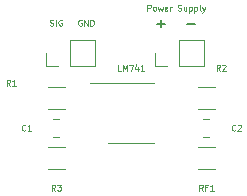
<source format=gbr>
%TF.GenerationSoftware,KiCad,Pcbnew,6.0.2+dfsg-1*%
%TF.CreationDate,2024-11-06T15:41:13+05:30*%
%TF.ProjectId,opamp-hadi,6f70616d-702d-4686-9164-692e6b696361,rev?*%
%TF.SameCoordinates,Original*%
%TF.FileFunction,Legend,Top*%
%TF.FilePolarity,Positive*%
%FSLAX46Y46*%
G04 Gerber Fmt 4.6, Leading zero omitted, Abs format (unit mm)*
G04 Created by KiCad (PCBNEW 6.0.2+dfsg-1) date 2024-11-06 15:41:13*
%MOMM*%
%LPD*%
G01*
G04 APERTURE LIST*
%ADD10C,0.125000*%
%ADD11C,0.200000*%
%ADD12C,0.150000*%
%ADD13C,0.120000*%
G04 APERTURE END LIST*
D10*
X125853333Y-75156190D02*
X125853333Y-74656190D01*
X126043809Y-74656190D01*
X126091428Y-74680000D01*
X126115238Y-74703809D01*
X126139047Y-74751428D01*
X126139047Y-74822857D01*
X126115238Y-74870476D01*
X126091428Y-74894285D01*
X126043809Y-74918095D01*
X125853333Y-74918095D01*
X126424761Y-75156190D02*
X126377142Y-75132380D01*
X126353333Y-75108571D01*
X126329523Y-75060952D01*
X126329523Y-74918095D01*
X126353333Y-74870476D01*
X126377142Y-74846666D01*
X126424761Y-74822857D01*
X126496190Y-74822857D01*
X126543809Y-74846666D01*
X126567619Y-74870476D01*
X126591428Y-74918095D01*
X126591428Y-75060952D01*
X126567619Y-75108571D01*
X126543809Y-75132380D01*
X126496190Y-75156190D01*
X126424761Y-75156190D01*
X126758095Y-74822857D02*
X126853333Y-75156190D01*
X126948571Y-74918095D01*
X127043809Y-75156190D01*
X127139047Y-74822857D01*
X127520000Y-75132380D02*
X127472380Y-75156190D01*
X127377142Y-75156190D01*
X127329523Y-75132380D01*
X127305714Y-75084761D01*
X127305714Y-74894285D01*
X127329523Y-74846666D01*
X127377142Y-74822857D01*
X127472380Y-74822857D01*
X127520000Y-74846666D01*
X127543809Y-74894285D01*
X127543809Y-74941904D01*
X127305714Y-74989523D01*
X127758095Y-75156190D02*
X127758095Y-74822857D01*
X127758095Y-74918095D02*
X127781904Y-74870476D01*
X127805714Y-74846666D01*
X127853333Y-74822857D01*
X127900952Y-74822857D01*
X128424761Y-75132380D02*
X128496190Y-75156190D01*
X128615238Y-75156190D01*
X128662857Y-75132380D01*
X128686666Y-75108571D01*
X128710476Y-75060952D01*
X128710476Y-75013333D01*
X128686666Y-74965714D01*
X128662857Y-74941904D01*
X128615238Y-74918095D01*
X128520000Y-74894285D01*
X128472380Y-74870476D01*
X128448571Y-74846666D01*
X128424761Y-74799047D01*
X128424761Y-74751428D01*
X128448571Y-74703809D01*
X128472380Y-74680000D01*
X128520000Y-74656190D01*
X128639047Y-74656190D01*
X128710476Y-74680000D01*
X129139047Y-74822857D02*
X129139047Y-75156190D01*
X128924761Y-74822857D02*
X128924761Y-75084761D01*
X128948571Y-75132380D01*
X128996190Y-75156190D01*
X129067619Y-75156190D01*
X129115238Y-75132380D01*
X129139047Y-75108571D01*
X129377142Y-74822857D02*
X129377142Y-75322857D01*
X129377142Y-74846666D02*
X129424761Y-74822857D01*
X129520000Y-74822857D01*
X129567619Y-74846666D01*
X129591428Y-74870476D01*
X129615238Y-74918095D01*
X129615238Y-75060952D01*
X129591428Y-75108571D01*
X129567619Y-75132380D01*
X129520000Y-75156190D01*
X129424761Y-75156190D01*
X129377142Y-75132380D01*
X129829523Y-74822857D02*
X129829523Y-75322857D01*
X129829523Y-74846666D02*
X129877142Y-74822857D01*
X129972380Y-74822857D01*
X130020000Y-74846666D01*
X130043809Y-74870476D01*
X130067619Y-74918095D01*
X130067619Y-75060952D01*
X130043809Y-75108571D01*
X130020000Y-75132380D01*
X129972380Y-75156190D01*
X129877142Y-75156190D01*
X129829523Y-75132380D01*
X130353333Y-75156190D02*
X130305714Y-75132380D01*
X130281904Y-75084761D01*
X130281904Y-74656190D01*
X130496190Y-74822857D02*
X130615238Y-75156190D01*
X130734285Y-74822857D02*
X130615238Y-75156190D01*
X130567619Y-75275238D01*
X130543809Y-75299047D01*
X130496190Y-75322857D01*
X120269047Y-75950000D02*
X120221428Y-75926190D01*
X120150000Y-75926190D01*
X120078571Y-75950000D01*
X120030952Y-75997619D01*
X120007142Y-76045238D01*
X119983333Y-76140476D01*
X119983333Y-76211904D01*
X120007142Y-76307142D01*
X120030952Y-76354761D01*
X120078571Y-76402380D01*
X120150000Y-76426190D01*
X120197619Y-76426190D01*
X120269047Y-76402380D01*
X120292857Y-76378571D01*
X120292857Y-76211904D01*
X120197619Y-76211904D01*
X120507142Y-76426190D02*
X120507142Y-75926190D01*
X120792857Y-76426190D01*
X120792857Y-75926190D01*
X121030952Y-76426190D02*
X121030952Y-75926190D01*
X121150000Y-75926190D01*
X121221428Y-75950000D01*
X121269047Y-75997619D01*
X121292857Y-76045238D01*
X121316666Y-76140476D01*
X121316666Y-76211904D01*
X121292857Y-76307142D01*
X121269047Y-76354761D01*
X121221428Y-76402380D01*
X121150000Y-76426190D01*
X121030952Y-76426190D01*
D11*
X129235238Y-76257142D02*
X129844761Y-76257142D01*
D10*
%TO.C,J2*%
X117598095Y-76402380D02*
X117669523Y-76426190D01*
X117788571Y-76426190D01*
X117836190Y-76402380D01*
X117860000Y-76378571D01*
X117883809Y-76330952D01*
X117883809Y-76283333D01*
X117860000Y-76235714D01*
X117836190Y-76211904D01*
X117788571Y-76188095D01*
X117693333Y-76164285D01*
X117645714Y-76140476D01*
X117621904Y-76116666D01*
X117598095Y-76069047D01*
X117598095Y-76021428D01*
X117621904Y-75973809D01*
X117645714Y-75950000D01*
X117693333Y-75926190D01*
X117812380Y-75926190D01*
X117883809Y-75950000D01*
X118098095Y-76426190D02*
X118098095Y-75926190D01*
X118598095Y-75950000D02*
X118550476Y-75926190D01*
X118479047Y-75926190D01*
X118407619Y-75950000D01*
X118360000Y-75997619D01*
X118336190Y-76045238D01*
X118312380Y-76140476D01*
X118312380Y-76211904D01*
X118336190Y-76307142D01*
X118360000Y-76354761D01*
X118407619Y-76402380D01*
X118479047Y-76426190D01*
X118526666Y-76426190D01*
X118598095Y-76402380D01*
X118621904Y-76378571D01*
X118621904Y-76211904D01*
X118526666Y-76211904D01*
D12*
%TO.C,J1*%
X126695238Y-76257142D02*
X127304761Y-76257142D01*
X127000000Y-76561904D02*
X127000000Y-75952380D01*
D10*
%TO.C,U1*%
X123614761Y-80226190D02*
X123376666Y-80226190D01*
X123376666Y-79726190D01*
X123781428Y-80226190D02*
X123781428Y-79726190D01*
X123948095Y-80083333D01*
X124114761Y-79726190D01*
X124114761Y-80226190D01*
X124305238Y-79726190D02*
X124638571Y-79726190D01*
X124424285Y-80226190D01*
X125043333Y-79892857D02*
X125043333Y-80226190D01*
X124924285Y-79702380D02*
X124805238Y-80059523D01*
X125114761Y-80059523D01*
X125567142Y-80226190D02*
X125281428Y-80226190D01*
X125424285Y-80226190D02*
X125424285Y-79726190D01*
X125376666Y-79797619D01*
X125329047Y-79845238D01*
X125281428Y-79869047D01*
%TO.C,C1*%
X115516666Y-85258571D02*
X115492857Y-85282380D01*
X115421428Y-85306190D01*
X115373809Y-85306190D01*
X115302380Y-85282380D01*
X115254761Y-85234761D01*
X115230952Y-85187142D01*
X115207142Y-85091904D01*
X115207142Y-85020476D01*
X115230952Y-84925238D01*
X115254761Y-84877619D01*
X115302380Y-84830000D01*
X115373809Y-84806190D01*
X115421428Y-84806190D01*
X115492857Y-84830000D01*
X115516666Y-84853809D01*
X115992857Y-85306190D02*
X115707142Y-85306190D01*
X115850000Y-85306190D02*
X115850000Y-84806190D01*
X115802380Y-84877619D01*
X115754761Y-84925238D01*
X115707142Y-84949047D01*
%TO.C,R2*%
X131996666Y-80226190D02*
X131830000Y-79988095D01*
X131710952Y-80226190D02*
X131710952Y-79726190D01*
X131901428Y-79726190D01*
X131949047Y-79750000D01*
X131972857Y-79773809D01*
X131996666Y-79821428D01*
X131996666Y-79892857D01*
X131972857Y-79940476D01*
X131949047Y-79964285D01*
X131901428Y-79988095D01*
X131710952Y-79988095D01*
X132187142Y-79773809D02*
X132210952Y-79750000D01*
X132258571Y-79726190D01*
X132377619Y-79726190D01*
X132425238Y-79750000D01*
X132449047Y-79773809D01*
X132472857Y-79821428D01*
X132472857Y-79869047D01*
X132449047Y-79940476D01*
X132163333Y-80226190D01*
X132472857Y-80226190D01*
%TO.C,C2*%
X133296666Y-85258571D02*
X133272857Y-85282380D01*
X133201428Y-85306190D01*
X133153809Y-85306190D01*
X133082380Y-85282380D01*
X133034761Y-85234761D01*
X133010952Y-85187142D01*
X132987142Y-85091904D01*
X132987142Y-85020476D01*
X133010952Y-84925238D01*
X133034761Y-84877619D01*
X133082380Y-84830000D01*
X133153809Y-84806190D01*
X133201428Y-84806190D01*
X133272857Y-84830000D01*
X133296666Y-84853809D01*
X133487142Y-84853809D02*
X133510952Y-84830000D01*
X133558571Y-84806190D01*
X133677619Y-84806190D01*
X133725238Y-84830000D01*
X133749047Y-84853809D01*
X133772857Y-84901428D01*
X133772857Y-84949047D01*
X133749047Y-85020476D01*
X133463333Y-85306190D01*
X133772857Y-85306190D01*
%TO.C,RF1*%
X130542380Y-90386190D02*
X130375714Y-90148095D01*
X130256666Y-90386190D02*
X130256666Y-89886190D01*
X130447142Y-89886190D01*
X130494761Y-89910000D01*
X130518571Y-89933809D01*
X130542380Y-89981428D01*
X130542380Y-90052857D01*
X130518571Y-90100476D01*
X130494761Y-90124285D01*
X130447142Y-90148095D01*
X130256666Y-90148095D01*
X130923333Y-90124285D02*
X130756666Y-90124285D01*
X130756666Y-90386190D02*
X130756666Y-89886190D01*
X130994761Y-89886190D01*
X131447142Y-90386190D02*
X131161428Y-90386190D01*
X131304285Y-90386190D02*
X131304285Y-89886190D01*
X131256666Y-89957619D01*
X131209047Y-90005238D01*
X131161428Y-90029047D01*
%TO.C,R3*%
X118056666Y-90386190D02*
X117890000Y-90148095D01*
X117770952Y-90386190D02*
X117770952Y-89886190D01*
X117961428Y-89886190D01*
X118009047Y-89910000D01*
X118032857Y-89933809D01*
X118056666Y-89981428D01*
X118056666Y-90052857D01*
X118032857Y-90100476D01*
X118009047Y-90124285D01*
X117961428Y-90148095D01*
X117770952Y-90148095D01*
X118223333Y-89886190D02*
X118532857Y-89886190D01*
X118366190Y-90076666D01*
X118437619Y-90076666D01*
X118485238Y-90100476D01*
X118509047Y-90124285D01*
X118532857Y-90171904D01*
X118532857Y-90290952D01*
X118509047Y-90338571D01*
X118485238Y-90362380D01*
X118437619Y-90386190D01*
X118294761Y-90386190D01*
X118247142Y-90362380D01*
X118223333Y-90338571D01*
%TO.C,R1*%
X114216666Y-81506190D02*
X114050000Y-81268095D01*
X113930952Y-81506190D02*
X113930952Y-81006190D01*
X114121428Y-81006190D01*
X114169047Y-81030000D01*
X114192857Y-81053809D01*
X114216666Y-81101428D01*
X114216666Y-81172857D01*
X114192857Y-81220476D01*
X114169047Y-81244285D01*
X114121428Y-81268095D01*
X113930952Y-81268095D01*
X114692857Y-81506190D02*
X114407142Y-81506190D01*
X114550000Y-81506190D02*
X114550000Y-81006190D01*
X114502380Y-81077619D01*
X114454761Y-81125238D01*
X114407142Y-81149047D01*
D13*
%TO.C,J2*%
X119320000Y-77680000D02*
X121380000Y-77680000D01*
X118320000Y-79800000D02*
X117260000Y-79800000D01*
X117260000Y-79800000D02*
X117260000Y-78740000D01*
X119320000Y-79800000D02*
X119320000Y-77680000D01*
X121380000Y-79800000D02*
X121380000Y-77680000D01*
X119320000Y-79800000D02*
X121380000Y-79800000D01*
%TO.C,J1*%
X128540000Y-77680000D02*
X130600000Y-77680000D01*
X127540000Y-79800000D02*
X126480000Y-79800000D01*
X126480000Y-79800000D02*
X126480000Y-78740000D01*
X128540000Y-79800000D02*
X128540000Y-77680000D01*
X130600000Y-79800000D02*
X130600000Y-77680000D01*
X128540000Y-79800000D02*
X130600000Y-79800000D01*
%TO.C,U1*%
X124460000Y-81260000D02*
X121010000Y-81260000D01*
X124460000Y-86380000D02*
X126410000Y-86380000D01*
X124460000Y-81260000D02*
X126410000Y-81260000D01*
X124460000Y-86380000D02*
X122510000Y-86380000D01*
%TO.C,C1*%
X118401252Y-84345000D02*
X117878748Y-84345000D01*
X118401252Y-85815000D02*
X117878748Y-85815000D01*
%TO.C,R2*%
X131567064Y-83450000D02*
X130112936Y-83450000D01*
X131567064Y-81630000D02*
X130112936Y-81630000D01*
%TO.C,C2*%
X131101252Y-84345000D02*
X130578748Y-84345000D01*
X131101252Y-85815000D02*
X130578748Y-85815000D01*
%TO.C,RF1*%
X131567064Y-86710000D02*
X130112936Y-86710000D01*
X131567064Y-88530000D02*
X130112936Y-88530000D01*
%TO.C,R3*%
X118867064Y-86710000D02*
X117412936Y-86710000D01*
X118867064Y-88530000D02*
X117412936Y-88530000D01*
%TO.C,R1*%
X118867064Y-83450000D02*
X117412936Y-83450000D01*
X118867064Y-81630000D02*
X117412936Y-81630000D01*
%TD*%
M02*

</source>
